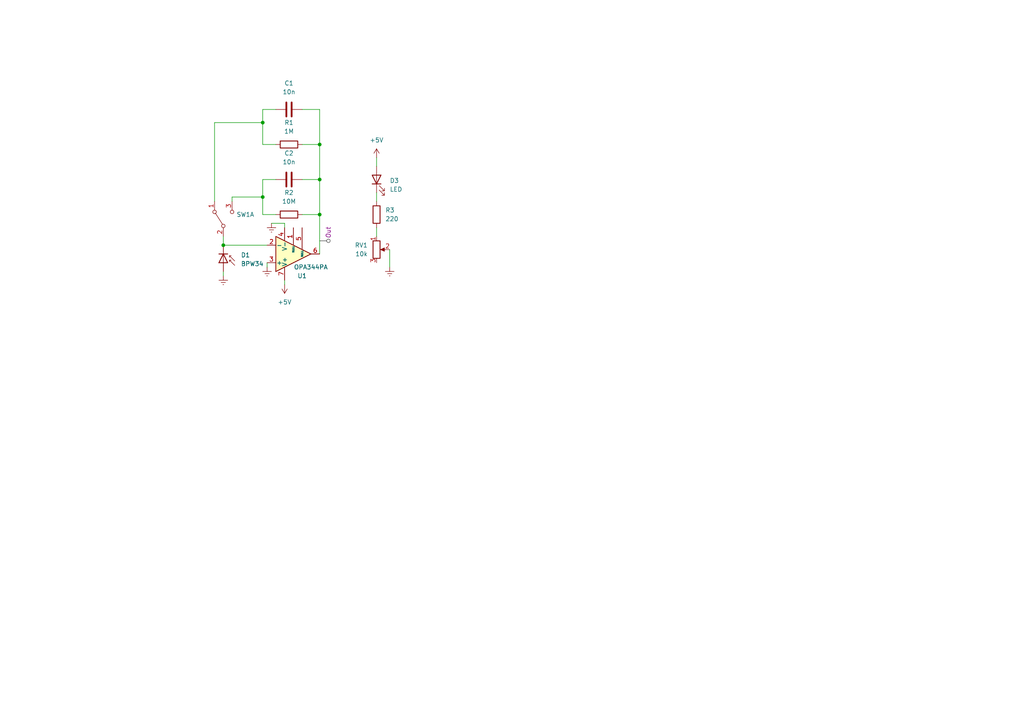
<source format=kicad_sch>
(kicad_sch
	(version 20231120)
	(generator "eeschema")
	(generator_version "8.0")
	(uuid "23c696a5-13fb-4d31-981c-a857ba485e0f")
	(paper "A4")
	(lib_symbols
		(symbol "Amplifier_Operational:LF356"
			(pin_names
				(offset 0.127)
			)
			(exclude_from_sim no)
			(in_bom yes)
			(on_board yes)
			(property "Reference" "U"
				(at 0 6.35 0)
				(effects
					(font
						(size 1.27 1.27)
					)
					(justify left)
				)
			)
			(property "Value" "LF356"
				(at 0 3.81 0)
				(effects
					(font
						(size 1.27 1.27)
					)
					(justify left)
				)
			)
			(property "Footprint" ""
				(at 1.27 1.27 0)
				(effects
					(font
						(size 1.27 1.27)
					)
					(hide yes)
				)
			)
			(property "Datasheet" "http://www.ti.com/lit/ds/symlink/lf357.pdf"
				(at 3.81 3.81 0)
				(effects
					(font
						(size 1.27 1.27)
					)
					(hide yes)
				)
			)
			(property "Description" "Single JFET Input Operational Amplifiers, DIP-8/SOIC-8"
				(at 0 0 0)
				(effects
					(font
						(size 1.27 1.27)
					)
					(hide yes)
				)
			)
			(property "ki_keywords" "single jfet opamp"
				(at 0 0 0)
				(effects
					(font
						(size 1.27 1.27)
					)
					(hide yes)
				)
			)
			(property "ki_fp_filters" "SOIC*3.9x4.9mm*P1.27mm* DIP*W7.62mm* TSSOP*3x3mm*P0.65mm*"
				(at 0 0 0)
				(effects
					(font
						(size 1.27 1.27)
					)
					(hide yes)
				)
			)
			(symbol "LF356_0_1"
				(polyline
					(pts
						(xy -5.08 5.08) (xy 5.08 0) (xy -5.08 -5.08) (xy -5.08 5.08)
					)
					(stroke
						(width 0.254)
						(type default)
					)
					(fill
						(type background)
					)
				)
			)
			(symbol "LF356_1_1"
				(pin input line
					(at 0 -7.62 90)
					(length 5.08)
					(name "NULL"
						(effects
							(font
								(size 0.508 0.508)
							)
						)
					)
					(number "1"
						(effects
							(font
								(size 1.27 1.27)
							)
						)
					)
				)
				(pin input line
					(at -7.62 -2.54 0)
					(length 2.54)
					(name "-"
						(effects
							(font
								(size 1.27 1.27)
							)
						)
					)
					(number "2"
						(effects
							(font
								(size 1.27 1.27)
							)
						)
					)
				)
				(pin input line
					(at -7.62 2.54 0)
					(length 2.54)
					(name "+"
						(effects
							(font
								(size 1.27 1.27)
							)
						)
					)
					(number "3"
						(effects
							(font
								(size 1.27 1.27)
							)
						)
					)
				)
				(pin power_in line
					(at -2.54 -7.62 90)
					(length 3.81)
					(name "V-"
						(effects
							(font
								(size 1.27 1.27)
							)
						)
					)
					(number "4"
						(effects
							(font
								(size 1.27 1.27)
							)
						)
					)
				)
				(pin input line
					(at 2.54 -7.62 90)
					(length 6.35)
					(name "NULL"
						(effects
							(font
								(size 0.508 0.508)
							)
						)
					)
					(number "5"
						(effects
							(font
								(size 1.27 1.27)
							)
						)
					)
				)
				(pin output line
					(at 7.62 0 180)
					(length 2.54)
					(name "~"
						(effects
							(font
								(size 1.27 1.27)
							)
						)
					)
					(number "6"
						(effects
							(font
								(size 1.27 1.27)
							)
						)
					)
				)
				(pin power_in line
					(at -2.54 7.62 270)
					(length 3.81)
					(name "V+"
						(effects
							(font
								(size 1.27 1.27)
							)
						)
					)
					(number "7"
						(effects
							(font
								(size 1.27 1.27)
							)
						)
					)
				)
				(pin no_connect line
					(at 0 2.54 270)
					(length 2.54) hide
					(name "NC"
						(effects
							(font
								(size 1.27 1.27)
							)
						)
					)
					(number "8"
						(effects
							(font
								(size 1.27 1.27)
							)
						)
					)
				)
			)
		)
		(symbol "Device:C"
			(pin_numbers hide)
			(pin_names
				(offset 0.254)
			)
			(exclude_from_sim no)
			(in_bom yes)
			(on_board yes)
			(property "Reference" "C"
				(at 0.635 2.54 0)
				(effects
					(font
						(size 1.27 1.27)
					)
					(justify left)
				)
			)
			(property "Value" "C"
				(at 0.635 -2.54 0)
				(effects
					(font
						(size 1.27 1.27)
					)
					(justify left)
				)
			)
			(property "Footprint" ""
				(at 0.9652 -3.81 0)
				(effects
					(font
						(size 1.27 1.27)
					)
					(hide yes)
				)
			)
			(property "Datasheet" "~"
				(at 0 0 0)
				(effects
					(font
						(size 1.27 1.27)
					)
					(hide yes)
				)
			)
			(property "Description" "Unpolarized capacitor"
				(at 0 0 0)
				(effects
					(font
						(size 1.27 1.27)
					)
					(hide yes)
				)
			)
			(property "ki_keywords" "cap capacitor"
				(at 0 0 0)
				(effects
					(font
						(size 1.27 1.27)
					)
					(hide yes)
				)
			)
			(property "ki_fp_filters" "C_*"
				(at 0 0 0)
				(effects
					(font
						(size 1.27 1.27)
					)
					(hide yes)
				)
			)
			(symbol "C_0_1"
				(polyline
					(pts
						(xy -2.032 -0.762) (xy 2.032 -0.762)
					)
					(stroke
						(width 0.508)
						(type default)
					)
					(fill
						(type none)
					)
				)
				(polyline
					(pts
						(xy -2.032 0.762) (xy 2.032 0.762)
					)
					(stroke
						(width 0.508)
						(type default)
					)
					(fill
						(type none)
					)
				)
			)
			(symbol "C_1_1"
				(pin passive line
					(at 0 3.81 270)
					(length 2.794)
					(name "~"
						(effects
							(font
								(size 1.27 1.27)
							)
						)
					)
					(number "1"
						(effects
							(font
								(size 1.27 1.27)
							)
						)
					)
				)
				(pin passive line
					(at 0 -3.81 90)
					(length 2.794)
					(name "~"
						(effects
							(font
								(size 1.27 1.27)
							)
						)
					)
					(number "2"
						(effects
							(font
								(size 1.27 1.27)
							)
						)
					)
				)
			)
		)
		(symbol "Device:D_Photo"
			(pin_numbers hide)
			(pin_names hide)
			(exclude_from_sim no)
			(in_bom yes)
			(on_board yes)
			(property "Reference" "D"
				(at 0.508 1.778 0)
				(effects
					(font
						(size 1.27 1.27)
					)
					(justify left)
				)
			)
			(property "Value" "D_Photo"
				(at -1.016 -2.794 0)
				(effects
					(font
						(size 1.27 1.27)
					)
				)
			)
			(property "Footprint" ""
				(at -1.27 0 0)
				(effects
					(font
						(size 1.27 1.27)
					)
					(hide yes)
				)
			)
			(property "Datasheet" "~"
				(at -1.27 0 0)
				(effects
					(font
						(size 1.27 1.27)
					)
					(hide yes)
				)
			)
			(property "Description" "Photodiode"
				(at 0 0 0)
				(effects
					(font
						(size 1.27 1.27)
					)
					(hide yes)
				)
			)
			(property "ki_keywords" "photodiode diode opto"
				(at 0 0 0)
				(effects
					(font
						(size 1.27 1.27)
					)
					(hide yes)
				)
			)
			(symbol "D_Photo_0_1"
				(polyline
					(pts
						(xy -2.54 1.27) (xy -2.54 -1.27)
					)
					(stroke
						(width 0.254)
						(type default)
					)
					(fill
						(type none)
					)
				)
				(polyline
					(pts
						(xy -2.032 1.778) (xy -1.524 1.778)
					)
					(stroke
						(width 0)
						(type default)
					)
					(fill
						(type none)
					)
				)
				(polyline
					(pts
						(xy 0 0) (xy -2.54 0)
					)
					(stroke
						(width 0)
						(type default)
					)
					(fill
						(type none)
					)
				)
				(polyline
					(pts
						(xy -0.508 3.302) (xy -2.032 1.778) (xy -2.032 2.286)
					)
					(stroke
						(width 0)
						(type default)
					)
					(fill
						(type none)
					)
				)
				(polyline
					(pts
						(xy 0 -1.27) (xy 0 1.27) (xy -2.54 0) (xy 0 -1.27)
					)
					(stroke
						(width 0.254)
						(type default)
					)
					(fill
						(type none)
					)
				)
				(polyline
					(pts
						(xy 0.762 3.302) (xy -0.762 1.778) (xy -0.762 2.286) (xy -0.762 1.778) (xy -0.254 1.778)
					)
					(stroke
						(width 0)
						(type default)
					)
					(fill
						(type none)
					)
				)
			)
			(symbol "D_Photo_1_1"
				(pin passive line
					(at -5.08 0 0)
					(length 2.54)
					(name "K"
						(effects
							(font
								(size 1.27 1.27)
							)
						)
					)
					(number "1"
						(effects
							(font
								(size 1.27 1.27)
							)
						)
					)
				)
				(pin passive line
					(at 2.54 0 180)
					(length 2.54)
					(name "A"
						(effects
							(font
								(size 1.27 1.27)
							)
						)
					)
					(number "2"
						(effects
							(font
								(size 1.27 1.27)
							)
						)
					)
				)
			)
		)
		(symbol "Device:LED"
			(pin_numbers hide)
			(pin_names
				(offset 1.016) hide)
			(exclude_from_sim no)
			(in_bom yes)
			(on_board yes)
			(property "Reference" "D"
				(at 0 2.54 0)
				(effects
					(font
						(size 1.27 1.27)
					)
				)
			)
			(property "Value" "LED"
				(at 0 -2.54 0)
				(effects
					(font
						(size 1.27 1.27)
					)
				)
			)
			(property "Footprint" ""
				(at 0 0 0)
				(effects
					(font
						(size 1.27 1.27)
					)
					(hide yes)
				)
			)
			(property "Datasheet" "~"
				(at 0 0 0)
				(effects
					(font
						(size 1.27 1.27)
					)
					(hide yes)
				)
			)
			(property "Description" "Light emitting diode"
				(at 0 0 0)
				(effects
					(font
						(size 1.27 1.27)
					)
					(hide yes)
				)
			)
			(property "ki_keywords" "LED diode"
				(at 0 0 0)
				(effects
					(font
						(size 1.27 1.27)
					)
					(hide yes)
				)
			)
			(property "ki_fp_filters" "LED* LED_SMD:* LED_THT:*"
				(at 0 0 0)
				(effects
					(font
						(size 1.27 1.27)
					)
					(hide yes)
				)
			)
			(symbol "LED_0_1"
				(polyline
					(pts
						(xy -1.27 -1.27) (xy -1.27 1.27)
					)
					(stroke
						(width 0.254)
						(type default)
					)
					(fill
						(type none)
					)
				)
				(polyline
					(pts
						(xy -1.27 0) (xy 1.27 0)
					)
					(stroke
						(width 0)
						(type default)
					)
					(fill
						(type none)
					)
				)
				(polyline
					(pts
						(xy 1.27 -1.27) (xy 1.27 1.27) (xy -1.27 0) (xy 1.27 -1.27)
					)
					(stroke
						(width 0.254)
						(type default)
					)
					(fill
						(type none)
					)
				)
				(polyline
					(pts
						(xy -3.048 -0.762) (xy -4.572 -2.286) (xy -3.81 -2.286) (xy -4.572 -2.286) (xy -4.572 -1.524)
					)
					(stroke
						(width 0)
						(type default)
					)
					(fill
						(type none)
					)
				)
				(polyline
					(pts
						(xy -1.778 -0.762) (xy -3.302 -2.286) (xy -2.54 -2.286) (xy -3.302 -2.286) (xy -3.302 -1.524)
					)
					(stroke
						(width 0)
						(type default)
					)
					(fill
						(type none)
					)
				)
			)
			(symbol "LED_1_1"
				(pin passive line
					(at -3.81 0 0)
					(length 2.54)
					(name "K"
						(effects
							(font
								(size 1.27 1.27)
							)
						)
					)
					(number "1"
						(effects
							(font
								(size 1.27 1.27)
							)
						)
					)
				)
				(pin passive line
					(at 3.81 0 180)
					(length 2.54)
					(name "A"
						(effects
							(font
								(size 1.27 1.27)
							)
						)
					)
					(number "2"
						(effects
							(font
								(size 1.27 1.27)
							)
						)
					)
				)
			)
		)
		(symbol "Device:R"
			(pin_numbers hide)
			(pin_names
				(offset 0)
			)
			(exclude_from_sim no)
			(in_bom yes)
			(on_board yes)
			(property "Reference" "R"
				(at 2.032 0 90)
				(effects
					(font
						(size 1.27 1.27)
					)
				)
			)
			(property "Value" "R"
				(at 0 0 90)
				(effects
					(font
						(size 1.27 1.27)
					)
				)
			)
			(property "Footprint" ""
				(at -1.778 0 90)
				(effects
					(font
						(size 1.27 1.27)
					)
					(hide yes)
				)
			)
			(property "Datasheet" "~"
				(at 0 0 0)
				(effects
					(font
						(size 1.27 1.27)
					)
					(hide yes)
				)
			)
			(property "Description" "Resistor"
				(at 0 0 0)
				(effects
					(font
						(size 1.27 1.27)
					)
					(hide yes)
				)
			)
			(property "ki_keywords" "R res resistor"
				(at 0 0 0)
				(effects
					(font
						(size 1.27 1.27)
					)
					(hide yes)
				)
			)
			(property "ki_fp_filters" "R_*"
				(at 0 0 0)
				(effects
					(font
						(size 1.27 1.27)
					)
					(hide yes)
				)
			)
			(symbol "R_0_1"
				(rectangle
					(start -1.016 -2.54)
					(end 1.016 2.54)
					(stroke
						(width 0.254)
						(type default)
					)
					(fill
						(type none)
					)
				)
			)
			(symbol "R_1_1"
				(pin passive line
					(at 0 3.81 270)
					(length 1.27)
					(name "~"
						(effects
							(font
								(size 1.27 1.27)
							)
						)
					)
					(number "1"
						(effects
							(font
								(size 1.27 1.27)
							)
						)
					)
				)
				(pin passive line
					(at 0 -3.81 90)
					(length 1.27)
					(name "~"
						(effects
							(font
								(size 1.27 1.27)
							)
						)
					)
					(number "2"
						(effects
							(font
								(size 1.27 1.27)
							)
						)
					)
				)
			)
		)
		(symbol "Device:R_Potentiometer"
			(pin_names
				(offset 1.016) hide)
			(exclude_from_sim no)
			(in_bom yes)
			(on_board yes)
			(property "Reference" "RV"
				(at -4.445 0 90)
				(effects
					(font
						(size 1.27 1.27)
					)
				)
			)
			(property "Value" "R_Potentiometer"
				(at -2.54 0 90)
				(effects
					(font
						(size 1.27 1.27)
					)
				)
			)
			(property "Footprint" ""
				(at 0 0 0)
				(effects
					(font
						(size 1.27 1.27)
					)
					(hide yes)
				)
			)
			(property "Datasheet" "~"
				(at 0 0 0)
				(effects
					(font
						(size 1.27 1.27)
					)
					(hide yes)
				)
			)
			(property "Description" "Potentiometer"
				(at 0 0 0)
				(effects
					(font
						(size 1.27 1.27)
					)
					(hide yes)
				)
			)
			(property "ki_keywords" "resistor variable"
				(at 0 0 0)
				(effects
					(font
						(size 1.27 1.27)
					)
					(hide yes)
				)
			)
			(property "ki_fp_filters" "Potentiometer*"
				(at 0 0 0)
				(effects
					(font
						(size 1.27 1.27)
					)
					(hide yes)
				)
			)
			(symbol "R_Potentiometer_0_1"
				(polyline
					(pts
						(xy 2.54 0) (xy 1.524 0)
					)
					(stroke
						(width 0)
						(type default)
					)
					(fill
						(type none)
					)
				)
				(polyline
					(pts
						(xy 1.143 0) (xy 2.286 0.508) (xy 2.286 -0.508) (xy 1.143 0)
					)
					(stroke
						(width 0)
						(type default)
					)
					(fill
						(type outline)
					)
				)
				(rectangle
					(start 1.016 2.54)
					(end -1.016 -2.54)
					(stroke
						(width 0.254)
						(type default)
					)
					(fill
						(type none)
					)
				)
			)
			(symbol "R_Potentiometer_1_1"
				(pin passive line
					(at 0 3.81 270)
					(length 1.27)
					(name "1"
						(effects
							(font
								(size 1.27 1.27)
							)
						)
					)
					(number "1"
						(effects
							(font
								(size 1.27 1.27)
							)
						)
					)
				)
				(pin passive line
					(at 3.81 0 180)
					(length 1.27)
					(name "2"
						(effects
							(font
								(size 1.27 1.27)
							)
						)
					)
					(number "2"
						(effects
							(font
								(size 1.27 1.27)
							)
						)
					)
				)
				(pin passive line
					(at 0 -3.81 90)
					(length 1.27)
					(name "3"
						(effects
							(font
								(size 1.27 1.27)
							)
						)
					)
					(number "3"
						(effects
							(font
								(size 1.27 1.27)
							)
						)
					)
				)
			)
		)
		(symbol "Switch:SW_DPDT_x2"
			(pin_names
				(offset 0) hide)
			(exclude_from_sim no)
			(in_bom yes)
			(on_board yes)
			(property "Reference" "SW"
				(at 0 4.318 0)
				(effects
					(font
						(size 1.27 1.27)
					)
				)
			)
			(property "Value" "SW_DPDT_x2"
				(at 0 -5.08 0)
				(effects
					(font
						(size 1.27 1.27)
					)
				)
			)
			(property "Footprint" ""
				(at 0 0 0)
				(effects
					(font
						(size 1.27 1.27)
					)
					(hide yes)
				)
			)
			(property "Datasheet" "~"
				(at 0 0 0)
				(effects
					(font
						(size 1.27 1.27)
					)
					(hide yes)
				)
			)
			(property "Description" "Switch, dual pole double throw, separate symbols"
				(at 0 0 0)
				(effects
					(font
						(size 1.27 1.27)
					)
					(hide yes)
				)
			)
			(property "ki_keywords" "switch dual-pole double-throw DPDT spdt ON-ON"
				(at 0 0 0)
				(effects
					(font
						(size 1.27 1.27)
					)
					(hide yes)
				)
			)
			(property "ki_fp_filters" "SW*DPDT*"
				(at 0 0 0)
				(effects
					(font
						(size 1.27 1.27)
					)
					(hide yes)
				)
			)
			(symbol "SW_DPDT_x2_0_0"
				(circle
					(center -2.032 0)
					(radius 0.508)
					(stroke
						(width 0)
						(type default)
					)
					(fill
						(type none)
					)
				)
				(circle
					(center 2.032 -2.54)
					(radius 0.508)
					(stroke
						(width 0)
						(type default)
					)
					(fill
						(type none)
					)
				)
			)
			(symbol "SW_DPDT_x2_0_1"
				(polyline
					(pts
						(xy -1.524 0.254) (xy 1.651 2.286)
					)
					(stroke
						(width 0)
						(type default)
					)
					(fill
						(type none)
					)
				)
				(circle
					(center 2.032 2.54)
					(radius 0.508)
					(stroke
						(width 0)
						(type default)
					)
					(fill
						(type none)
					)
				)
			)
			(symbol "SW_DPDT_x2_1_1"
				(pin passive line
					(at 5.08 2.54 180)
					(length 2.54)
					(name "A"
						(effects
							(font
								(size 1.27 1.27)
							)
						)
					)
					(number "1"
						(effects
							(font
								(size 1.27 1.27)
							)
						)
					)
				)
				(pin passive line
					(at -5.08 0 0)
					(length 2.54)
					(name "B"
						(effects
							(font
								(size 1.27 1.27)
							)
						)
					)
					(number "2"
						(effects
							(font
								(size 1.27 1.27)
							)
						)
					)
				)
				(pin passive line
					(at 5.08 -2.54 180)
					(length 2.54)
					(name "C"
						(effects
							(font
								(size 1.27 1.27)
							)
						)
					)
					(number "3"
						(effects
							(font
								(size 1.27 1.27)
							)
						)
					)
				)
			)
			(symbol "SW_DPDT_x2_2_1"
				(pin passive line
					(at 5.08 2.54 180)
					(length 2.54)
					(name "A"
						(effects
							(font
								(size 1.27 1.27)
							)
						)
					)
					(number "4"
						(effects
							(font
								(size 1.27 1.27)
							)
						)
					)
				)
				(pin passive line
					(at -5.08 0 0)
					(length 2.54)
					(name "B"
						(effects
							(font
								(size 1.27 1.27)
							)
						)
					)
					(number "5"
						(effects
							(font
								(size 1.27 1.27)
							)
						)
					)
				)
				(pin passive line
					(at 5.08 -2.54 180)
					(length 2.54)
					(name "C"
						(effects
							(font
								(size 1.27 1.27)
							)
						)
					)
					(number "6"
						(effects
							(font
								(size 1.27 1.27)
							)
						)
					)
				)
			)
		)
		(symbol "power:+5V"
			(power)
			(pin_names
				(offset 0)
			)
			(exclude_from_sim no)
			(in_bom yes)
			(on_board yes)
			(property "Reference" "#PWR"
				(at 0 -3.81 0)
				(effects
					(font
						(size 1.27 1.27)
					)
					(hide yes)
				)
			)
			(property "Value" "+5V"
				(at 0 3.556 0)
				(effects
					(font
						(size 1.27 1.27)
					)
				)
			)
			(property "Footprint" ""
				(at 0 0 0)
				(effects
					(font
						(size 1.27 1.27)
					)
					(hide yes)
				)
			)
			(property "Datasheet" ""
				(at 0 0 0)
				(effects
					(font
						(size 1.27 1.27)
					)
					(hide yes)
				)
			)
			(property "Description" "Power symbol creates a global label with name \"+5V\""
				(at 0 0 0)
				(effects
					(font
						(size 1.27 1.27)
					)
					(hide yes)
				)
			)
			(property "ki_keywords" "global power"
				(at 0 0 0)
				(effects
					(font
						(size 1.27 1.27)
					)
					(hide yes)
				)
			)
			(symbol "+5V_0_1"
				(polyline
					(pts
						(xy -0.762 1.27) (xy 0 2.54)
					)
					(stroke
						(width 0)
						(type default)
					)
					(fill
						(type none)
					)
				)
				(polyline
					(pts
						(xy 0 0) (xy 0 2.54)
					)
					(stroke
						(width 0)
						(type default)
					)
					(fill
						(type none)
					)
				)
				(polyline
					(pts
						(xy 0 2.54) (xy 0.762 1.27)
					)
					(stroke
						(width 0)
						(type default)
					)
					(fill
						(type none)
					)
				)
			)
			(symbol "+5V_1_1"
				(pin power_in line
					(at 0 0 90)
					(length 0) hide
					(name "+5V"
						(effects
							(font
								(size 1.27 1.27)
							)
						)
					)
					(number "1"
						(effects
							(font
								(size 1.27 1.27)
							)
						)
					)
				)
			)
		)
		(symbol "power:Earth"
			(power)
			(pin_names
				(offset 0)
			)
			(exclude_from_sim no)
			(in_bom yes)
			(on_board yes)
			(property "Reference" "#PWR"
				(at 0 -6.35 0)
				(effects
					(font
						(size 1.27 1.27)
					)
					(hide yes)
				)
			)
			(property "Value" "Earth"
				(at 0 -3.81 0)
				(effects
					(font
						(size 1.27 1.27)
					)
					(hide yes)
				)
			)
			(property "Footprint" ""
				(at 0 0 0)
				(effects
					(font
						(size 1.27 1.27)
					)
					(hide yes)
				)
			)
			(property "Datasheet" "~"
				(at 0 0 0)
				(effects
					(font
						(size 1.27 1.27)
					)
					(hide yes)
				)
			)
			(property "Description" "Power symbol creates a global label with name \"Earth\""
				(at 0 0 0)
				(effects
					(font
						(size 1.27 1.27)
					)
					(hide yes)
				)
			)
			(property "ki_keywords" "global ground gnd"
				(at 0 0 0)
				(effects
					(font
						(size 1.27 1.27)
					)
					(hide yes)
				)
			)
			(symbol "Earth_0_1"
				(polyline
					(pts
						(xy -0.635 -1.905) (xy 0.635 -1.905)
					)
					(stroke
						(width 0)
						(type default)
					)
					(fill
						(type none)
					)
				)
				(polyline
					(pts
						(xy -0.127 -2.54) (xy 0.127 -2.54)
					)
					(stroke
						(width 0)
						(type default)
					)
					(fill
						(type none)
					)
				)
				(polyline
					(pts
						(xy 0 -1.27) (xy 0 0)
					)
					(stroke
						(width 0)
						(type default)
					)
					(fill
						(type none)
					)
				)
				(polyline
					(pts
						(xy 1.27 -1.27) (xy -1.27 -1.27)
					)
					(stroke
						(width 0)
						(type default)
					)
					(fill
						(type none)
					)
				)
			)
			(symbol "Earth_1_1"
				(pin power_in line
					(at 0 0 270)
					(length 0) hide
					(name "Earth"
						(effects
							(font
								(size 1.27 1.27)
							)
						)
					)
					(number "1"
						(effects
							(font
								(size 1.27 1.27)
							)
						)
					)
				)
			)
		)
	)
	(junction
		(at 76.2 35.56)
		(diameter 0)
		(color 0 0 0 0)
		(uuid "137020ef-e0ad-48ec-8d88-10cd99587a18")
	)
	(junction
		(at 92.71 41.91)
		(diameter 0)
		(color 0 0 0 0)
		(uuid "1b949911-ea4a-4fc2-81ff-ba1c3dc672c9")
	)
	(junction
		(at 92.71 52.07)
		(diameter 0)
		(color 0 0 0 0)
		(uuid "25179999-1ebb-4d47-b79d-2c9f2500978c")
	)
	(junction
		(at 92.71 62.23)
		(diameter 0)
		(color 0 0 0 0)
		(uuid "758abe4c-c425-4788-87ec-eac72cdb84dd")
	)
	(junction
		(at 76.2 57.15)
		(diameter 0)
		(color 0 0 0 0)
		(uuid "a5b01a77-80cd-4925-825f-18e389f7a23d")
	)
	(junction
		(at 64.77 71.12)
		(diameter 0)
		(color 0 0 0 0)
		(uuid "d937cf53-755b-4531-950f-baba3ccf208b")
	)
	(wire
		(pts
			(xy 76.2 31.75) (xy 76.2 35.56)
		)
		(stroke
			(width 0)
			(type default)
		)
		(uuid "05f0f873-7882-44bd-95a5-ab418fd1f229")
	)
	(wire
		(pts
			(xy 92.71 41.91) (xy 87.63 41.91)
		)
		(stroke
			(width 0)
			(type default)
		)
		(uuid "060ccdec-d39d-4670-90a4-a75ceb3303a2")
	)
	(wire
		(pts
			(xy 67.31 57.15) (xy 76.2 57.15)
		)
		(stroke
			(width 0)
			(type default)
		)
		(uuid "0a4a690d-1727-41b1-9fd6-f436c9ea648d")
	)
	(wire
		(pts
			(xy 76.2 35.56) (xy 76.2 41.91)
		)
		(stroke
			(width 0)
			(type default)
		)
		(uuid "0ea5d1c6-852d-42e6-a2df-4f60fa0bfa49")
	)
	(wire
		(pts
			(xy 87.63 52.07) (xy 92.71 52.07)
		)
		(stroke
			(width 0)
			(type default)
		)
		(uuid "17a78313-52fc-4346-9ca1-610d660fe026")
	)
	(wire
		(pts
			(xy 80.01 62.23) (xy 76.2 62.23)
		)
		(stroke
			(width 0)
			(type default)
		)
		(uuid "249729a1-9871-47a2-916a-c45ee25ecb14")
	)
	(wire
		(pts
			(xy 77.47 76.2) (xy 77.47 77.47)
		)
		(stroke
			(width 0)
			(type default)
		)
		(uuid "308cae59-25f2-4424-b122-db5fca0dcac4")
	)
	(wire
		(pts
			(xy 92.71 62.23) (xy 92.71 73.66)
		)
		(stroke
			(width 0)
			(type default)
		)
		(uuid "328eb151-911e-493c-9a31-fcd56b088973")
	)
	(wire
		(pts
			(xy 109.22 66.04) (xy 109.22 68.58)
		)
		(stroke
			(width 0)
			(type default)
		)
		(uuid "4639e007-d3a8-48e1-87b9-b46368bce22c")
	)
	(wire
		(pts
			(xy 76.2 52.07) (xy 76.2 57.15)
		)
		(stroke
			(width 0)
			(type default)
		)
		(uuid "4d987fee-0012-4754-91d6-15d034d2b4f1")
	)
	(wire
		(pts
			(xy 62.23 35.56) (xy 76.2 35.56)
		)
		(stroke
			(width 0)
			(type default)
		)
		(uuid "4ee15501-70ab-4d5d-ac45-ee4404006f84")
	)
	(wire
		(pts
			(xy 92.71 52.07) (xy 92.71 62.23)
		)
		(stroke
			(width 0)
			(type default)
		)
		(uuid "5213f6ce-d789-4155-b74b-5685fb51900c")
	)
	(wire
		(pts
			(xy 80.01 52.07) (xy 76.2 52.07)
		)
		(stroke
			(width 0)
			(type default)
		)
		(uuid "6b53ecf6-28d0-4aba-9557-77ee33de4915")
	)
	(wire
		(pts
			(xy 92.71 41.91) (xy 92.71 52.07)
		)
		(stroke
			(width 0)
			(type default)
		)
		(uuid "707ffc60-644c-45ae-8a3c-e7fda352a879")
	)
	(wire
		(pts
			(xy 80.01 31.75) (xy 76.2 31.75)
		)
		(stroke
			(width 0)
			(type default)
		)
		(uuid "86136e4d-38dd-438b-ac8b-78b65ee637ef")
	)
	(wire
		(pts
			(xy 109.22 45.72) (xy 109.22 48.26)
		)
		(stroke
			(width 0)
			(type default)
		)
		(uuid "87b88ad4-bca4-4590-97b9-77540ceeb569")
	)
	(wire
		(pts
			(xy 76.2 57.15) (xy 76.2 62.23)
		)
		(stroke
			(width 0)
			(type default)
		)
		(uuid "99e1eab8-7cc4-4a56-be73-46ed2d9e91e7")
	)
	(wire
		(pts
			(xy 113.03 72.39) (xy 113.03 77.47)
		)
		(stroke
			(width 0)
			(type default)
		)
		(uuid "9cd7ba9d-a1fa-4133-badd-fdb36f00be8f")
	)
	(wire
		(pts
			(xy 87.63 31.75) (xy 92.71 31.75)
		)
		(stroke
			(width 0)
			(type default)
		)
		(uuid "a03c1606-b800-456d-9e2b-ed759e7e9a5f")
	)
	(wire
		(pts
			(xy 64.77 68.58) (xy 64.77 71.12)
		)
		(stroke
			(width 0)
			(type default)
		)
		(uuid "aa133309-1379-47f2-a144-c378b2304d2f")
	)
	(wire
		(pts
			(xy 82.55 64.77) (xy 82.55 66.04)
		)
		(stroke
			(width 0)
			(type default)
		)
		(uuid "aa85e253-758e-439e-8b5f-68395bf6168a")
	)
	(wire
		(pts
			(xy 64.77 71.12) (xy 77.47 71.12)
		)
		(stroke
			(width 0)
			(type default)
		)
		(uuid "ad1167f4-4c0e-40ef-a655-ea7e16eb191e")
	)
	(wire
		(pts
			(xy 109.22 55.88) (xy 109.22 58.42)
		)
		(stroke
			(width 0)
			(type default)
		)
		(uuid "ba9247af-6a2d-4050-a07e-13bc0504e2b1")
	)
	(wire
		(pts
			(xy 92.71 31.75) (xy 92.71 41.91)
		)
		(stroke
			(width 0)
			(type default)
		)
		(uuid "c722150e-cfaa-45c9-8c2b-e18b95d07c58")
	)
	(wire
		(pts
			(xy 82.55 64.77) (xy 78.74 64.77)
		)
		(stroke
			(width 0)
			(type default)
		)
		(uuid "d70b178e-01b6-47ca-bc48-a871fe1c0bb5")
	)
	(wire
		(pts
			(xy 92.71 62.23) (xy 87.63 62.23)
		)
		(stroke
			(width 0)
			(type default)
		)
		(uuid "dff5b819-ca7b-4976-ab76-f40a7991f4c0")
	)
	(wire
		(pts
			(xy 80.01 41.91) (xy 76.2 41.91)
		)
		(stroke
			(width 0)
			(type default)
		)
		(uuid "e1900957-069c-4d13-8b2f-dfd88e0905bb")
	)
	(wire
		(pts
			(xy 67.31 57.15) (xy 67.31 58.42)
		)
		(stroke
			(width 0)
			(type default)
		)
		(uuid "e9228ce5-bc7f-4e7d-8274-7307c0ae3237")
	)
	(wire
		(pts
			(xy 64.77 78.74) (xy 64.77 80.01)
		)
		(stroke
			(width 0)
			(type default)
		)
		(uuid "f07bc85c-6e01-4c07-8ca1-b0698c6366eb")
	)
	(wire
		(pts
			(xy 62.23 58.42) (xy 62.23 35.56)
		)
		(stroke
			(width 0)
			(type default)
		)
		(uuid "f10d6a62-cf20-480d-b379-f2a4187c8e93")
	)
	(wire
		(pts
			(xy 82.55 81.28) (xy 82.55 82.55)
		)
		(stroke
			(width 0)
			(type default)
		)
		(uuid "fe02cb0d-2bb6-46db-8fcc-1a57dfd2fdc8")
	)
	(netclass_flag ""
		(length 2.54)
		(shape round)
		(at 92.71 69.85 270)
		(fields_autoplaced yes)
		(effects
			(font
				(size 1.27 1.27)
			)
			(justify right bottom)
		)
		(uuid "48645a03-e0c5-4dc6-93e9-a6c9879f516a")
		(property "Netclass" "Out"
			(at 95.25 69.1515 90)
			(effects
				(font
					(size 1.27 1.27)
					(italic yes)
				)
				(justify left)
			)
		)
	)
	(symbol
		(lib_id "Device:C")
		(at 83.82 52.07 90)
		(unit 1)
		(exclude_from_sim no)
		(in_bom yes)
		(on_board yes)
		(dnp no)
		(fields_autoplaced yes)
		(uuid "0d80ddc9-c6c5-419a-9efc-57b35b6d2b9e")
		(property "Reference" "C2"
			(at 83.82 44.45 90)
			(effects
				(font
					(size 1.27 1.27)
				)
			)
		)
		(property "Value" "10n"
			(at 83.82 46.99 90)
			(effects
				(font
					(size 1.27 1.27)
				)
			)
		)
		(property "Footprint" "Capacitor_THT:C_Rect_L9.0mm_W3.6mm_P7.50mm_MKT"
			(at 87.63 51.1048 0)
			(effects
				(font
					(size 1.27 1.27)
				)
				(hide yes)
			)
		)
		(property "Datasheet" "~"
			(at 83.82 52.07 0)
			(effects
				(font
					(size 1.27 1.27)
				)
				(hide yes)
			)
		)
		(property "Description" ""
			(at 83.82 52.07 0)
			(effects
				(font
					(size 1.27 1.27)
				)
				(hide yes)
			)
		)
		(pin "1"
			(uuid "99650084-a0bb-4792-84ed-80077e26d6d6")
		)
		(pin "2"
			(uuid "3331cbc0-b6fd-4029-9a8e-2c80517e0902")
		)
		(instances
			(project "DoisDetectores"
				(path "/23c696a5-13fb-4d31-981c-a857ba485e0f"
					(reference "C2")
					(unit 1)
				)
			)
		)
	)
	(symbol
		(lib_id "power:Earth")
		(at 78.74 64.77 0)
		(unit 1)
		(exclude_from_sim no)
		(in_bom yes)
		(on_board yes)
		(dnp no)
		(fields_autoplaced yes)
		(uuid "1e18437b-eed7-40f3-a704-cb1ad1255852")
		(property "Reference" "#PWR03"
			(at 78.74 71.12 0)
			(effects
				(font
					(size 1.27 1.27)
				)
				(hide yes)
			)
		)
		(property "Value" "Earth"
			(at 78.74 68.58 0)
			(effects
				(font
					(size 1.27 1.27)
				)
				(hide yes)
			)
		)
		(property "Footprint" ""
			(at 78.74 64.77 0)
			(effects
				(font
					(size 1.27 1.27)
				)
				(hide yes)
			)
		)
		(property "Datasheet" "~"
			(at 78.74 64.77 0)
			(effects
				(font
					(size 1.27 1.27)
				)
				(hide yes)
			)
		)
		(property "Description" ""
			(at 78.74 64.77 0)
			(effects
				(font
					(size 1.27 1.27)
				)
				(hide yes)
			)
		)
		(pin "1"
			(uuid "dd95ebb7-f65f-4e42-961b-52320228b367")
		)
		(instances
			(project "DoisDetectores"
				(path "/23c696a5-13fb-4d31-981c-a857ba485e0f"
					(reference "#PWR03")
					(unit 1)
				)
			)
		)
	)
	(symbol
		(lib_id "Device:R")
		(at 83.82 41.91 90)
		(unit 1)
		(exclude_from_sim no)
		(in_bom yes)
		(on_board yes)
		(dnp no)
		(fields_autoplaced yes)
		(uuid "36ca2ff9-bd28-4b86-8de9-4a01c31aab67")
		(property "Reference" "R1"
			(at 83.82 35.56 90)
			(effects
				(font
					(size 1.27 1.27)
				)
			)
		)
		(property "Value" "1M"
			(at 83.82 38.1 90)
			(effects
				(font
					(size 1.27 1.27)
				)
			)
		)
		(property "Footprint" "Resistor_THT:R_Axial_DIN0204_L3.6mm_D1.6mm_P7.62mm_Horizontal"
			(at 83.82 43.688 90)
			(effects
				(font
					(size 1.27 1.27)
				)
				(hide yes)
			)
		)
		(property "Datasheet" "~"
			(at 83.82 41.91 0)
			(effects
				(font
					(size 1.27 1.27)
				)
				(hide yes)
			)
		)
		(property "Description" ""
			(at 83.82 41.91 0)
			(effects
				(font
					(size 1.27 1.27)
				)
				(hide yes)
			)
		)
		(pin "1"
			(uuid "1ec8a5f1-b768-4072-8bb8-79d2eaf7310c")
		)
		(pin "2"
			(uuid "5585f234-0128-4425-99e5-a73ff52bbfb8")
		)
		(instances
			(project "DoisDetectores"
				(path "/23c696a5-13fb-4d31-981c-a857ba485e0f"
					(reference "R1")
					(unit 1)
				)
			)
		)
	)
	(symbol
		(lib_id "Switch:SW_DPDT_x2")
		(at 64.77 63.5 90)
		(unit 1)
		(exclude_from_sim no)
		(in_bom yes)
		(on_board yes)
		(dnp no)
		(fields_autoplaced yes)
		(uuid "371af407-6d60-4087-8c2c-7ede03c3e53f")
		(property "Reference" "SW1"
			(at 68.58 62.23 90)
			(effects
				(font
					(size 1.27 1.27)
				)
				(justify right)
			)
		)
		(property "Value" "SW_DPDT_x2"
			(at 68.58 64.77 90)
			(effects
				(font
					(size 1.27 1.27)
				)
				(justify right)
				(hide yes)
			)
		)
		(property "Footprint" "Connector_Wire:SolderWire-0.1sqmm_1x03_P3.6mm_D0.4mm_OD1mm"
			(at 64.77 63.5 0)
			(effects
				(font
					(size 1.27 1.27)
				)
				(hide yes)
			)
		)
		(property "Datasheet" "~"
			(at 64.77 63.5 0)
			(effects
				(font
					(size 1.27 1.27)
				)
				(hide yes)
			)
		)
		(property "Description" ""
			(at 64.77 63.5 0)
			(effects
				(font
					(size 1.27 1.27)
				)
				(hide yes)
			)
		)
		(pin "1"
			(uuid "22fcbc51-11d8-40ab-b998-9a9f32675619")
		)
		(pin "2"
			(uuid "e805b527-540d-4aa1-b379-45d3536c71cf")
		)
		(pin "3"
			(uuid "87b60ba8-1c57-45e4-8db5-3bee20c33ace")
		)
		(pin "4"
			(uuid "05d74783-8d36-4723-8f28-b584d35e194e")
		)
		(pin "5"
			(uuid "2201b88e-f8df-4d21-870a-4b700b30f5dc")
		)
		(pin "6"
			(uuid "4db007a1-23f3-4edd-a876-fe505aa58219")
		)
		(instances
			(project "DoisDetectores"
				(path "/23c696a5-13fb-4d31-981c-a857ba485e0f"
					(reference "SW1")
					(unit 1)
				)
			)
		)
	)
	(symbol
		(lib_id "Device:R_Potentiometer")
		(at 109.22 72.39 0)
		(unit 1)
		(exclude_from_sim no)
		(in_bom yes)
		(on_board yes)
		(dnp no)
		(fields_autoplaced yes)
		(uuid "3ad8ac79-5b0a-4467-a294-40233e19c3d6")
		(property "Reference" "RV1"
			(at 106.68 71.12 0)
			(effects
				(font
					(size 1.27 1.27)
				)
				(justify right)
			)
		)
		(property "Value" "10k"
			(at 106.68 73.66 0)
			(effects
				(font
					(size 1.27 1.27)
				)
				(justify right)
			)
		)
		(property "Footprint" "Connector_Wire:SolderWire-0.1sqmm_1x03_P3.6mm_D0.4mm_OD1mm"
			(at 109.22 72.39 0)
			(effects
				(font
					(size 1.27 1.27)
				)
				(hide yes)
			)
		)
		(property "Datasheet" "~"
			(at 109.22 72.39 0)
			(effects
				(font
					(size 1.27 1.27)
				)
				(hide yes)
			)
		)
		(property "Description" ""
			(at 109.22 72.39 0)
			(effects
				(font
					(size 1.27 1.27)
				)
				(hide yes)
			)
		)
		(pin "1"
			(uuid "b4dd1635-ee1f-4c1a-8118-99d7dc03d8fe")
		)
		(pin "2"
			(uuid "de588e05-5918-4c48-bd8d-00518daeb5a7")
		)
		(pin "3"
			(uuid "13e22f62-7d19-4b6a-83d2-3fd7a23e9138")
		)
		(instances
			(project "DoisDetectores"
				(path "/23c696a5-13fb-4d31-981c-a857ba485e0f"
					(reference "RV1")
					(unit 1)
				)
			)
		)
	)
	(symbol
		(lib_id "Device:D_Photo")
		(at 64.77 76.2 270)
		(unit 1)
		(exclude_from_sim no)
		(in_bom yes)
		(on_board yes)
		(dnp no)
		(uuid "3e46da6e-a516-43d9-beac-3b24abb925ba")
		(property "Reference" "D1"
			(at 69.85 73.9775 90)
			(effects
				(font
					(size 1.27 1.27)
				)
				(justify left)
			)
		)
		(property "Value" "BPW34"
			(at 69.85 76.5175 90)
			(effects
				(font
					(size 1.27 1.27)
				)
				(justify left)
			)
		)
		(property "Footprint" "Connector_Wire:SolderWire-0.1sqmm_1x02_P3.6mm_D0.4mm_OD1mm"
			(at 64.77 74.93 0)
			(effects
				(font
					(size 1.27 1.27)
				)
				(hide yes)
			)
		)
		(property "Datasheet" "~"
			(at 64.77 74.93 0)
			(effects
				(font
					(size 1.27 1.27)
				)
				(hide yes)
			)
		)
		(property "Description" ""
			(at 64.77 76.2 0)
			(effects
				(font
					(size 1.27 1.27)
				)
				(hide yes)
			)
		)
		(pin "1"
			(uuid "de46cae9-74a4-4cd8-8f41-badc0cafb7f4")
		)
		(pin "2"
			(uuid "80e292ef-7487-4ee9-89cf-72d33d4af3af")
		)
		(instances
			(project "DoisDetectores"
				(path "/23c696a5-13fb-4d31-981c-a857ba485e0f"
					(reference "D1")
					(unit 1)
				)
			)
		)
	)
	(symbol
		(lib_id "power:Earth")
		(at 64.77 80.01 0)
		(unit 1)
		(exclude_from_sim no)
		(in_bom yes)
		(on_board yes)
		(dnp no)
		(fields_autoplaced yes)
		(uuid "5ec1db8f-3590-47d4-a0b3-cde4ba5de194")
		(property "Reference" "#PWR01"
			(at 64.77 86.36 0)
			(effects
				(font
					(size 1.27 1.27)
				)
				(hide yes)
			)
		)
		(property "Value" "Earth"
			(at 64.77 83.82 0)
			(effects
				(font
					(size 1.27 1.27)
				)
				(hide yes)
			)
		)
		(property "Footprint" ""
			(at 64.77 80.01 0)
			(effects
				(font
					(size 1.27 1.27)
				)
				(hide yes)
			)
		)
		(property "Datasheet" "~"
			(at 64.77 80.01 0)
			(effects
				(font
					(size 1.27 1.27)
				)
				(hide yes)
			)
		)
		(property "Description" ""
			(at 64.77 80.01 0)
			(effects
				(font
					(size 1.27 1.27)
				)
				(hide yes)
			)
		)
		(pin "1"
			(uuid "4bb0bff3-8155-4eec-89ec-22b1bf05da9e")
		)
		(instances
			(project "DoisDetectores"
				(path "/23c696a5-13fb-4d31-981c-a857ba485e0f"
					(reference "#PWR01")
					(unit 1)
				)
			)
		)
	)
	(symbol
		(lib_id "power:Earth")
		(at 113.03 77.47 0)
		(unit 1)
		(exclude_from_sim no)
		(in_bom yes)
		(on_board yes)
		(dnp no)
		(fields_autoplaced yes)
		(uuid "669dc350-78f2-4547-8c6b-16bb5f9c1955")
		(property "Reference" "#PWR09"
			(at 113.03 83.82 0)
			(effects
				(font
					(size 1.27 1.27)
				)
				(hide yes)
			)
		)
		(property "Value" "Earth"
			(at 113.03 81.28 0)
			(effects
				(font
					(size 1.27 1.27)
				)
				(hide yes)
			)
		)
		(property "Footprint" ""
			(at 113.03 77.47 0)
			(effects
				(font
					(size 1.27 1.27)
				)
				(hide yes)
			)
		)
		(property "Datasheet" "~"
			(at 113.03 77.47 0)
			(effects
				(font
					(size 1.27 1.27)
				)
				(hide yes)
			)
		)
		(property "Description" ""
			(at 113.03 77.47 0)
			(effects
				(font
					(size 1.27 1.27)
				)
				(hide yes)
			)
		)
		(pin "1"
			(uuid "ebad5be4-8853-40c2-bcdd-df69202fa453")
		)
		(instances
			(project "DoisDetectores"
				(path "/23c696a5-13fb-4d31-981c-a857ba485e0f"
					(reference "#PWR09")
					(unit 1)
				)
			)
		)
	)
	(symbol
		(lib_id "Device:R")
		(at 109.22 62.23 0)
		(unit 1)
		(exclude_from_sim no)
		(in_bom yes)
		(on_board yes)
		(dnp no)
		(fields_autoplaced yes)
		(uuid "7c2bb35e-3acf-41b5-b11d-ecdfeb052946")
		(property "Reference" "R3"
			(at 111.76 60.96 0)
			(effects
				(font
					(size 1.27 1.27)
				)
				(justify left)
			)
		)
		(property "Value" "220"
			(at 111.76 63.5 0)
			(effects
				(font
					(size 1.27 1.27)
				)
				(justify left)
			)
		)
		(property "Footprint" "Resistor_THT:R_Axial_DIN0204_L3.6mm_D1.6mm_P7.62mm_Horizontal"
			(at 107.442 62.23 90)
			(effects
				(font
					(size 1.27 1.27)
				)
				(hide yes)
			)
		)
		(property "Datasheet" "~"
			(at 109.22 62.23 0)
			(effects
				(font
					(size 1.27 1.27)
				)
				(hide yes)
			)
		)
		(property "Description" ""
			(at 109.22 62.23 0)
			(effects
				(font
					(size 1.27 1.27)
				)
				(hide yes)
			)
		)
		(pin "1"
			(uuid "2f911567-2788-4481-8605-a7b936fffa0f")
		)
		(pin "2"
			(uuid "bc77deec-3303-4222-bf04-beb1317ec111")
		)
		(instances
			(project "DoisDetectores"
				(path "/23c696a5-13fb-4d31-981c-a857ba485e0f"
					(reference "R3")
					(unit 1)
				)
			)
		)
	)
	(symbol
		(lib_id "power:+5V")
		(at 109.22 45.72 0)
		(unit 1)
		(exclude_from_sim no)
		(in_bom yes)
		(on_board yes)
		(dnp no)
		(fields_autoplaced yes)
		(uuid "86b8f295-0e2f-4508-8b3c-8288e36e2f33")
		(property "Reference" "#PWR07"
			(at 109.22 49.53 0)
			(effects
				(font
					(size 1.27 1.27)
				)
				(hide yes)
			)
		)
		(property "Value" "+5V"
			(at 109.22 40.64 0)
			(effects
				(font
					(size 1.27 1.27)
				)
			)
		)
		(property "Footprint" ""
			(at 109.22 45.72 0)
			(effects
				(font
					(size 1.27 1.27)
				)
				(hide yes)
			)
		)
		(property "Datasheet" ""
			(at 109.22 45.72 0)
			(effects
				(font
					(size 1.27 1.27)
				)
				(hide yes)
			)
		)
		(property "Description" ""
			(at 109.22 45.72 0)
			(effects
				(font
					(size 1.27 1.27)
				)
				(hide yes)
			)
		)
		(pin "1"
			(uuid "d5b5ebe6-4ab0-4a60-9adb-ad1859b07834")
		)
		(instances
			(project "DoisDetectores"
				(path "/23c696a5-13fb-4d31-981c-a857ba485e0f"
					(reference "#PWR07")
					(unit 1)
				)
			)
		)
	)
	(symbol
		(lib_id "Amplifier_Operational:LF356")
		(at 85.09 73.66 0)
		(mirror x)
		(unit 1)
		(exclude_from_sim no)
		(in_bom yes)
		(on_board yes)
		(dnp no)
		(uuid "a84b366a-2cea-4536-b8ec-a55b5f098f2e")
		(property "Reference" "U1"
			(at 87.63 80.01 0)
			(effects
				(font
					(size 1.27 1.27)
				)
			)
		)
		(property "Value" "OPA344PA"
			(at 90.17 77.47 0)
			(effects
				(font
					(size 1.27 1.27)
				)
			)
		)
		(property "Footprint" "Package_DIP:DIP-8_W7.62mm_Socket_LongPads"
			(at 86.36 74.93 0)
			(effects
				(font
					(size 1.27 1.27)
				)
				(hide yes)
			)
		)
		(property "Datasheet" "http://www.ti.com/lit/ds/symlink/lf357.pdf"
			(at 88.9 77.47 0)
			(effects
				(font
					(size 1.27 1.27)
				)
				(hide yes)
			)
		)
		(property "Description" ""
			(at 85.09 73.66 0)
			(effects
				(font
					(size 1.27 1.27)
				)
				(hide yes)
			)
		)
		(pin "1"
			(uuid "b5f1c4e0-3ae6-4498-b8b7-cd1b8b3b933a")
		)
		(pin "2"
			(uuid "aedd99d0-c115-4bad-92e3-02548359bc43")
		)
		(pin "3"
			(uuid "5d8fbd2a-58e0-490d-a219-3ddb79d5b6f1")
		)
		(pin "4"
			(uuid "42861d47-ff66-499a-b47f-9e9e6835d910")
		)
		(pin "5"
			(uuid "2932c4f8-1985-48f1-b1ad-20706f4c0d16")
		)
		(pin "6"
			(uuid "f4304a34-7f16-42b7-a898-e31f0e64edda")
		)
		(pin "7"
			(uuid "77fb2fe2-eac1-4f50-8382-5b66dd32bf86")
		)
		(pin "8"
			(uuid "61b7da8a-6a8e-47df-9b82-795fa1ff7851")
		)
		(instances
			(project "DoisDetectores"
				(path "/23c696a5-13fb-4d31-981c-a857ba485e0f"
					(reference "U1")
					(unit 1)
				)
			)
		)
	)
	(symbol
		(lib_id "Device:C")
		(at 83.82 31.75 90)
		(unit 1)
		(exclude_from_sim no)
		(in_bom yes)
		(on_board yes)
		(dnp no)
		(fields_autoplaced yes)
		(uuid "c1e53df1-071f-4493-aaf2-b03edb2d9281")
		(property "Reference" "C1"
			(at 83.82 24.13 90)
			(effects
				(font
					(size 1.27 1.27)
				)
			)
		)
		(property "Value" "10n"
			(at 83.82 26.67 90)
			(effects
				(font
					(size 1.27 1.27)
				)
			)
		)
		(property "Footprint" "Capacitor_THT:C_Rect_L9.0mm_W3.6mm_P7.50mm_MKT"
			(at 87.63 30.7848 0)
			(effects
				(font
					(size 1.27 1.27)
				)
				(hide yes)
			)
		)
		(property "Datasheet" "~"
			(at 83.82 31.75 0)
			(effects
				(font
					(size 1.27 1.27)
				)
				(hide yes)
			)
		)
		(property "Description" ""
			(at 83.82 31.75 0)
			(effects
				(font
					(size 1.27 1.27)
				)
				(hide yes)
			)
		)
		(pin "1"
			(uuid "269e4f73-2f5c-40da-a582-70265bbb9ee4")
		)
		(pin "2"
			(uuid "13210338-d876-4613-93dc-0961bd3b31d8")
		)
		(instances
			(project "DoisDetectores"
				(path "/23c696a5-13fb-4d31-981c-a857ba485e0f"
					(reference "C1")
					(unit 1)
				)
			)
		)
	)
	(symbol
		(lib_id "power:+5V")
		(at 82.55 82.55 180)
		(unit 1)
		(exclude_from_sim no)
		(in_bom yes)
		(on_board yes)
		(dnp no)
		(fields_autoplaced yes)
		(uuid "c9a2205f-c4ad-4e17-8566-8bcb399976d0")
		(property "Reference" "#PWR04"
			(at 82.55 78.74 0)
			(effects
				(font
					(size 1.27 1.27)
				)
				(hide yes)
			)
		)
		(property "Value" "+5V"
			(at 82.55 87.63 0)
			(effects
				(font
					(size 1.27 1.27)
				)
			)
		)
		(property "Footprint" ""
			(at 82.55 82.55 0)
			(effects
				(font
					(size 1.27 1.27)
				)
				(hide yes)
			)
		)
		(property "Datasheet" ""
			(at 82.55 82.55 0)
			(effects
				(font
					(size 1.27 1.27)
				)
				(hide yes)
			)
		)
		(property "Description" ""
			(at 82.55 82.55 0)
			(effects
				(font
					(size 1.27 1.27)
				)
				(hide yes)
			)
		)
		(pin "1"
			(uuid "fb582ded-2cb6-48f4-8dac-1dba77af9d37")
		)
		(instances
			(project "DoisDetectores"
				(path "/23c696a5-13fb-4d31-981c-a857ba485e0f"
					(reference "#PWR04")
					(unit 1)
				)
			)
		)
	)
	(symbol
		(lib_id "Device:LED")
		(at 109.22 52.07 90)
		(unit 1)
		(exclude_from_sim no)
		(in_bom yes)
		(on_board yes)
		(dnp no)
		(fields_autoplaced yes)
		(uuid "d886ba73-7f39-4a7f-91be-9aa9fb9d5459")
		(property "Reference" "D3"
			(at 113.03 52.3875 90)
			(effects
				(font
					(size 1.27 1.27)
				)
				(justify right)
			)
		)
		(property "Value" "LED"
			(at 113.03 54.9275 90)
			(effects
				(font
					(size 1.27 1.27)
				)
				(justify right)
			)
		)
		(property "Footprint" "Connector_Wire:SolderWire-0.1sqmm_1x02_P3.6mm_D0.4mm_OD1mm"
			(at 109.22 52.07 0)
			(effects
				(font
					(size 1.27 1.27)
				)
				(hide yes)
			)
		)
		(property "Datasheet" "~"
			(at 109.22 52.07 0)
			(effects
				(font
					(size 1.27 1.27)
				)
				(hide yes)
			)
		)
		(property "Description" ""
			(at 109.22 52.07 0)
			(effects
				(font
					(size 1.27 1.27)
				)
				(hide yes)
			)
		)
		(pin "1"
			(uuid "09c94a85-5876-421e-bfb0-c43696e4c48d")
		)
		(pin "2"
			(uuid "776fea29-5712-430e-b62d-54ee5c67318c")
		)
		(instances
			(project "DoisDetectores"
				(path "/23c696a5-13fb-4d31-981c-a857ba485e0f"
					(reference "D3")
					(unit 1)
				)
			)
		)
	)
	(symbol
		(lib_id "Device:R")
		(at 83.82 62.23 90)
		(unit 1)
		(exclude_from_sim no)
		(in_bom yes)
		(on_board yes)
		(dnp no)
		(fields_autoplaced yes)
		(uuid "e04444d1-2f70-4ae6-941f-b5c15bd167f6")
		(property "Reference" "R2"
			(at 83.82 55.88 90)
			(effects
				(font
					(size 1.27 1.27)
				)
			)
		)
		(property "Value" "10M"
			(at 83.82 58.42 90)
			(effects
				(font
					(size 1.27 1.27)
				)
			)
		)
		(property "Footprint" "Resistor_THT:R_Axial_DIN0204_L3.6mm_D1.6mm_P7.62mm_Horizontal"
			(at 83.82 64.008 90)
			(effects
				(font
					(size 1.27 1.27)
				)
				(hide yes)
			)
		)
		(property "Datasheet" "~"
			(at 83.82 62.23 0)
			(effects
				(font
					(size 1.27 1.27)
				)
				(hide yes)
			)
		)
		(property "Description" ""
			(at 83.82 62.23 0)
			(effects
				(font
					(size 1.27 1.27)
				)
				(hide yes)
			)
		)
		(pin "1"
			(uuid "d2fc4d5d-1df3-4aea-a665-6c78df54437f")
		)
		(pin "2"
			(uuid "f5c67067-ab00-4782-8930-33a513a684b3")
		)
		(instances
			(project "DoisDetectores"
				(path "/23c696a5-13fb-4d31-981c-a857ba485e0f"
					(reference "R2")
					(unit 1)
				)
			)
		)
	)
	(symbol
		(lib_id "power:Earth")
		(at 77.47 77.47 0)
		(unit 1)
		(exclude_from_sim no)
		(in_bom yes)
		(on_board yes)
		(dnp no)
		(fields_autoplaced yes)
		(uuid "fb960911-f01b-4050-825c-2bd8b4a5784e")
		(property "Reference" "#PWR02"
			(at 77.47 83.82 0)
			(effects
				(font
					(size 1.27 1.27)
				)
				(hide yes)
			)
		)
		(property "Value" "Earth"
			(at 77.47 81.28 0)
			(effects
				(font
					(size 1.27 1.27)
				)
				(hide yes)
			)
		)
		(property "Footprint" ""
			(at 77.47 77.47 0)
			(effects
				(font
					(size 1.27 1.27)
				)
				(hide yes)
			)
		)
		(property "Datasheet" "~"
			(at 77.47 77.47 0)
			(effects
				(font
					(size 1.27 1.27)
				)
				(hide yes)
			)
		)
		(property "Description" ""
			(at 77.47 77.47 0)
			(effects
				(font
					(size 1.27 1.27)
				)
				(hide yes)
			)
		)
		(pin "1"
			(uuid "18edbfd6-d540-417f-82fa-8ca5c381c6c0")
		)
		(instances
			(project "DoisDetectores"
				(path "/23c696a5-13fb-4d31-981c-a857ba485e0f"
					(reference "#PWR02")
					(unit 1)
				)
			)
		)
	)
	(sheet_instances
		(path "/"
			(page "1")
		)
	)
)

</source>
